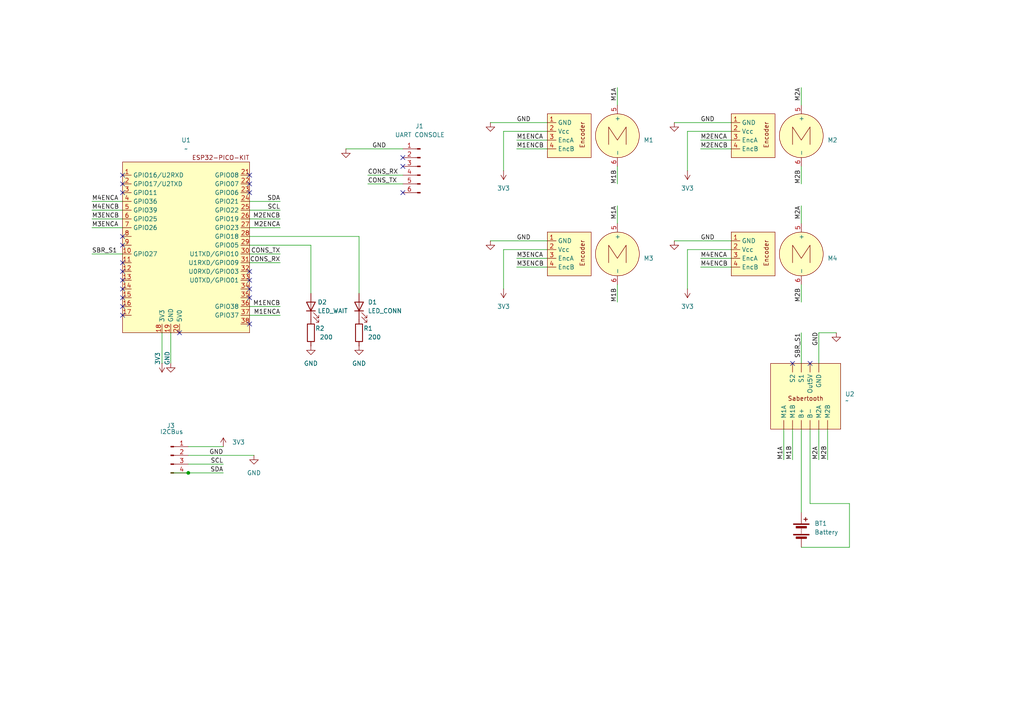
<source format=kicad_sch>
(kicad_sch (version 20231120) (generator "eeschema") (generator_version "8.0")
  (paper "A4")
  (lib_symbols
    (symbol "Connector:Conn_01x04_Pin" (pin_names (offset 1.016) hide)
      (property "Reference" "J" (at 0 5.08 0))
      (property "Value" "Conn_01x04_Pin" (at 0 -7.62 0))
      (symbol "Conn_01x04_Pin_1_1"
        (polyline (pts (xy 1.27 -5.08) (xy 0.8636 -5.08)) (stroke (width 0.1524)))
        (polyline (pts (xy 1.27 -2.54) (xy 0.8636 -2.54)) (stroke (width 0.1524)))
        (polyline (pts (xy 1.27 0) (xy 0.8636 0)) (stroke (width 0.1524)))
        (polyline (pts (xy 1.27 2.54) (xy 0.8636 2.54)) (stroke (width 0.1524)))
        (rectangle (start 0.8636 -4.953) (end 0 -5.207) (stroke (width 0.1524)) (fill (type outline)))
        (rectangle (start 0.8636 -2.413) (end 0 -2.667) (stroke (width 0.1524)) (fill (type outline)))
        (rectangle (start 0.8636 0.127) (end 0 -0.127) (stroke (width 0.1524)) (fill (type outline)))
        (rectangle (start 0.8636 2.667) (end 0 2.413) (stroke (width 0.1524)) (fill (type outline)))
        (pin passive line (at 5.08 2.54 180) (length 3.81) (name "Pin_1") (number "1"))
        (pin passive line (at 5.08 0 180) (length 3.81) (name "Pin_2") (number "2"))
        (pin passive line (at 5.08 -2.54 180) (length 3.81) (name "Pin_3") (number "3"))
        (pin passive line (at 5.08 -5.08 180) (length 3.81) (name "Pin_4") (number "4"))
      )
    )
    (symbol "Connector:Conn_01x06_Pin" (pin_names (offset 1.016) hide)
      (property "Reference" "J" (at 0 7.62 0))
      (property "Value" "Conn_01x06_Pin" (at 0 -10.16 0))
      (symbol "Conn_01x06_Pin_1_1"
        (polyline (pts (xy 1.27 -7.62) (xy 0.8636 -7.62)) (stroke (width 0.1524)))
        (polyline (pts (xy 1.27 -5.08) (xy 0.8636 -5.08)) (stroke (width 0.1524)))
        (polyline (pts (xy 1.27 -2.54) (xy 0.8636 -2.54)) (stroke (width 0.1524)))
        (polyline (pts (xy 1.27 0) (xy 0.8636 0)) (stroke (width 0.1524)))
        (polyline (pts (xy 1.27 2.54) (xy 0.8636 2.54)) (stroke (width 0.1524)))
        (polyline (pts (xy 1.27 5.08) (xy 0.8636 5.08)) (stroke (width 0.1524)))
        (rectangle (start 0.8636 -7.493) (end 0 -7.747) (stroke (width 0.1524)) (fill (type outline)))
        (rectangle (start 0.8636 -4.953) (end 0 -5.207) (stroke (width 0.1524)) (fill (type outline)))
        (rectangle (start 0.8636 -2.413) (end 0 -2.667) (stroke (width 0.1524)) (fill (type outline)))
        (rectangle (start 0.8636 0.127) (end 0 -0.127) (stroke (width 0.1524)) (fill (type outline)))
        (rectangle (start 0.8636 2.667) (end 0 2.413) (stroke (width 0.1524)) (fill (type outline)))
        (rectangle (start 0.8636 5.207) (end 0 4.953) (stroke (width 0.1524)) (fill (type outline)))
        (pin passive line (at 5.08 5.08 180) (length 3.81) (name "Pin_1") (number "1"))
        (pin passive line (at 5.08 2.54 180) (length 3.81) (name "Pin_2") (number "2"))
        (pin passive line (at 5.08 0 180) (length 3.81) (name "Pin_3") (number "3"))
        (pin passive line (at 5.08 -2.54 180) (length 3.81) (name "Pin_4") (number "4"))
        (pin passive line (at 5.08 -5.08 180) (length 3.81) (name "Pin_5") (number "5"))
        (pin passive line (at 5.08 -7.62 180) (length 3.81) (name "Pin_6") (number "6"))
      )
    )
    (symbol "Device:Battery" (pin_numbers hide) (pin_names (offset 0) hide)
      (property "Reference" "BT" (at 2.54 2.54 0))
      (property "Value" "Battery" (at 2.54 0 0))
      (symbol "Battery_0_1"
        (rectangle (start -2.286 -1.27) (end 2.286 -1.524) (fill (type outline)))
        (rectangle (start -2.286 1.778) (end 2.286 1.524) (fill (type outline)))
        (rectangle (start -1.524 -2.032) (end 1.524 -2.54) (fill (type outline)))
        (rectangle (start -1.524 1.016) (end 1.524 0.508) (fill (type outline)))
        (polyline (pts (xy 0 -1.016) (xy 0 -0.762)))
        (polyline (pts (xy 0 -0.508) (xy 0 -0.254)))
        (polyline (pts (xy 0 0) (xy 0 0.254)))
        (polyline (pts (xy 0 1.778) (xy 0 2.54)))
        (polyline (pts (xy 0.762 3.048) (xy 1.778 3.048)) (stroke (width 0.254)))
        (polyline (pts (xy 1.27 3.556) (xy 1.27 2.54)) (stroke (width 0.254)))
      )
      (symbol "Battery_1_1"
        (pin passive line (at 0 5.08 270) (length 2.54) (name "+") (number "1"))
        (pin passive line (at 0 -5.08 90) (length 2.54) (name "-") (number "2"))
      )
    )
    (symbol "Device:LED" (pin_numbers hide) (pin_names (offset 1.016) hide)
      (property "Reference" "D" (at 0 2.54 0))
      (property "Value" "LED" (at 0 -2.54 0))
      (symbol "LED_0_1"
        (polyline (pts (xy -1.27 -1.27) (xy -1.27 1.27)) (stroke (width 0.254)))
        (polyline (pts (xy -1.27 0) (xy 1.27 0)))
        (polyline (pts (xy 1.27 -1.27) (xy 1.27 1.27) (xy -1.27 0) (xy 1.27 -1.27)) (stroke (width 0.254)))
        (polyline (pts (xy -3.048 -0.762) (xy -4.572 -2.286) (xy -3.81 -2.286) (xy -4.572 -2.286) (xy -4.572 -1.524)))
        (polyline (pts (xy -1.778 -0.762) (xy -3.302 -2.286) (xy -2.54 -2.286) (xy -3.302 -2.286) (xy -3.302 -1.524)))
      )
      (symbol "LED_1_1"
        (pin passive line (at -3.81 0 0) (length 2.54) (name "K") (number "1"))
        (pin passive line (at 3.81 0 180) (length 2.54) (name "A") (number "2"))
      )
    )
    (symbol "Device:R" (pin_numbers hide) (pin_names (offset 0))
      (property "Reference" "R" (at 2.032 0 90))
      (property "Value" "R" (at 0 0 90))
      (symbol "R_0_1"
        (rectangle (start -1.016 -2.54) (end 1.016 2.54) (stroke (width 0.254)))
      )
      (symbol "R_1_1"
        (pin passive line (at 0 3.81 270) (length 1.27) (name "~") (number "1"))
        (pin passive line (at 0 -3.81 90) (length 1.27) (name "~") (number "2"))
      )
    )
    (symbol "oruga:ESP32-PICO-KIT"
      (property "Reference" "U" (at -19.05 22.86 0))
      (symbol "ESP32-PICO-KIT_1_0"
        (pin bidirectional line (at -19.05 22.86 0) (length 2.54) (name "GPIO16/U2RXD") (number "1"))
        (pin bidirectional line (at -19.05 0 0) (length 2.54) (name "GPIO27") (number "10"))
        (pin unspecified line (at -19.05 -2.54 0) (length 2.54) (name "") (number "11"))
        (pin unspecified line (at -19.05 -5.08 0) (length 2.54) (name "") (number "12"))
        (pin unspecified line (at -19.05 -7.62 0) (length 2.54) (name "") (number "13"))
        (pin unspecified line (at -19.05 -10.16 0) (length 2.54) (name "") (number "14"))
        (pin unspecified line (at -19.05 -12.7 0) (length 2.54) (name "") (number "15"))
        (pin unspecified line (at -19.05 -15.24 0) (length 2.54) (name "") (number "16"))
        (pin unspecified line (at -19.05 -17.78 0) (length 2.54) (name "") (number "17"))
        (pin power_out line (at -7.62 -22.86 90) (length 2.54) (name "3V3") (number "18"))
        (pin power_out line (at -5.08 -22.86 90) (length 2.54) (name "GND") (number "19"))
        (pin bidirectional line (at -19.05 20.32 0) (length 2.54) (name "GPIO17/U2TXD") (number "2"))
        (pin passive line (at -2.54 -22.86 90) (length 2.54) (name "5V0") (number "20"))
        (pin bidirectional line (at 17.78 22.86 180) (length 2.54) (name "GPIO08") (number "21"))
        (pin bidirectional line (at 17.78 20.32 180) (length 2.54) (name "GPIO07") (number "22"))
        (pin bidirectional line (at 17.78 17.78 180) (length 2.54) (name "GPIO06") (number "23"))
        (pin bidirectional line (at 17.78 15.24 180) (length 2.54) (name "GPIO21") (number "24"))
        (pin bidirectional line (at 17.78 12.7 180) (length 2.54) (name "GPIO22") (number "25"))
        (pin bidirectional line (at 17.78 10.16 180) (length 2.54) (name "GPIO19") (number "26"))
        (pin bidirectional line (at 17.78 7.62 180) (length 2.54) (name "GPIO23") (number "27"))
        (pin bidirectional line (at 17.78 5.08 180) (length 2.54) (name "GPIO18") (number "28"))
        (pin input line (at 17.78 2.54 180) (length 2.54) (name "GPIO05") (number "29"))
        (pin bidirectional line (at -19.05 17.78 0) (length 2.54) (name "GPIO11") (number "3"))
        (pin bidirectional line (at 17.78 0 180) (length 2.54) (name "U1TXD/GPIO10") (number "30"))
        (pin bidirectional line (at 17.78 -2.54 180) (length 2.54) (name "U1RXD/GPIO09") (number "31"))
        (pin input line (at 17.78 -5.08 180) (length 2.54) (name "U0RXD/GPIO03") (number "32"))
        (pin input line (at 17.78 -7.62 180) (length 2.54) (name "U0TXD/GPIO01") (number "33"))
        (pin unspecified line (at 17.78 -10.16 180) (length 2.54) (name "") (number "34"))
        (pin unspecified line (at 17.78 -12.7 180) (length 2.54) (name "") (number "35"))
        (pin input line (at 17.78 -15.24 180) (length 2.54) (name "GPIO38") (number "36"))
        (pin input line (at 17.78 -17.78 180) (length 2.54) (name "GPIO37") (number "37"))
        (pin unspecified line (at 17.78 -20.32 180) (length 2.54) (name "") (number "38"))
        (pin input line (at -19.05 15.24 0) (length 2.54) (name "GPIO36") (number "4"))
        (pin input line (at -19.05 12.7 0) (length 2.54) (name "GPIO39") (number "5"))
        (pin bidirectional line (at -19.05 10.16 0) (length 2.54) (name "GPIO25") (number "6"))
        (pin bidirectional line (at -19.05 7.62 0) (length 2.54) (name "GPIO26") (number "7"))
        (pin unspecified line (at -19.05 5.08 0) (length 2.54) (name "") (number "8"))
        (pin unspecified line (at -19.05 2.54 0) (length 2.54) (name "") (number "9"))
      )
      (symbol "ESP32-PICO-KIT_1_1"
        (rectangle (start -19.05 26.67) (end 17.78 -22.86) (fill (type background)))
        (text "ESP32-PICO-KIT" (at 9.398 27.94 0) (effects (font (size 1.27 1.27))))
      )
    )
    (symbol "oruga:MOTOR-ENCODER-AB"
      (property "Reference" "U" (at 0 3.81 0))
      (symbol "MOTOR-ENCODER-AB_1_1"
        (polyline (pts (xy 17.78 -2.54) (xy 17.78 2.54) (xy 20.32 -1.27) (xy 22.86 2.54) (xy 22.86 -2.54)))
        (rectangle (start 0 6.35) (end 12.7 -6.35) (fill (type background)))
        (circle (center 20.32 0) (radius 6.35) (fill (type background)))
        (text "Encoder" (at 10.16 0.254 900) (effects (font (size 1.27 1.27))))
        (pin power_in line (at 0 3.81 0) (length 2.54) (name "GND") (number "1"))
        (pin power_in line (at 0 1.27 0) (length 2.54) (name "Vcc") (number "2"))
        (pin output line (at 0 -1.27 0) (length 2.54) (name "EncA") (number "3"))
        (pin output line (at 0 -3.81 0) (length 2.54) (name "EncB") (number "4"))
        (pin passive line (at 20.32 8.89 270) (length 2.54) (name "+") (number "5"))
        (pin passive line (at 20.32 -8.89 90) (length 2.54) (name "-") (number "6"))
      )
    )
    (symbol "oruga:SABERTOOTH"
      (property "Reference" "U" (at 0 0 0))
      (symbol "SABERTOOTH_1_1"
        (rectangle (start -10.16 10.16) (end 10.16 -8.89) (fill (type background)))
        (text "Sabertooth" (at 0 0 0) (effects (font (size 1.27 1.27))))
        (pin passive line (at -1.27 -8.89 90) (length 2.54) (name "B+") (number ""))
        (pin passive line (at 1.27 -8.89 90) (length 2.54) (name "B-") (number ""))
        (pin passive line (at 3.81 10.16 270) (length 2.54) (name "GND") (number ""))
        (pin passive line (at -6.35 -8.89 90) (length 2.54) (name "M1A") (number ""))
        (pin passive line (at -3.81 -8.89 90) (length 2.54) (name "M1B") (number ""))
        (pin passive line (at 3.81 -8.89 90) (length 2.54) (name "M2A") (number ""))
        (pin passive line (at 6.35 -8.89 90) (length 2.54) (name "M2B") (number ""))
        (pin power_out line (at 1.27 10.16 270) (length 2.54) (name "Out5V") (number ""))
        (pin input line (at -1.27 10.16 270) (length 2.54) (name "S1") (number ""))
        (pin input line (at -3.81 10.16 270) (length 2.54) (name "S2") (number ""))
      )
    )
    (symbol "power:+3.3V" (power) (pin_numbers hide) (pin_names (offset 0) hide)
      (property "Value" "+3.3V" (at 0 3.556 0))
      (symbol "+3.3V_0_1"
        (polyline (pts (xy -0.762 1.27) (xy 0 2.54)))
        (polyline (pts (xy 0 0) (xy 0 2.54)))
        (polyline (pts (xy 0 2.54) (xy 0.762 1.27)))
      )
      (symbol "+3.3V_1_1"
        (pin power_in line (at 0 0 90) (length 0) (name "~") (number "1"))
      )
    )
    (symbol "power:GND" (power) (pin_numbers hide) (pin_names (offset 0) hide)
      (property "Value" "GND" (at 0 -3.81 0))
      (symbol "GND_0_1"
        (polyline (pts (xy 0 0) (xy 0 -1.27) (xy 1.27 -1.27) (xy 0 -2.54) (xy -1.27 -1.27) (xy 0 -1.27)))
      )
      (symbol "GND_1_1"
        (pin power_in line (at 0 0 270) (length 0) (name "~") (number "1"))
      )
    )
  )
  (junction (at 54.61 137.16))
  (no_connect (at 72.39 78.74))
  (no_connect (at 229.87 105.41))
  (no_connect (at 72.39 93.98))
  (no_connect (at 35.56 86.36))
  (no_connect (at 35.56 50.8))
  (no_connect (at 234.95 105.41))
  (no_connect (at 35.56 71.12))
  (no_connect (at 72.39 86.36))
  (no_connect (at 35.56 53.34))
  (no_connect (at 35.56 83.82))
  (no_connect (at 35.56 68.58))
  (no_connect (at 72.39 81.28))
  (no_connect (at 35.56 81.28))
  (no_connect (at 116.84 48.26))
  (no_connect (at 35.56 78.74))
  (no_connect (at 35.56 88.9))
  (no_connect (at 72.39 53.34))
  (no_connect (at 72.39 50.8))
  (no_connect (at 116.84 45.72))
  (no_connect (at 72.39 55.88))
  (no_connect (at 116.84 55.88))
  (no_connect (at 35.56 55.88))
  (no_connect (at 52.07 96.52))
  (no_connect (at 35.56 76.2))
  (no_connect (at 35.56 91.44))
  (no_connect (at 72.39 83.82))
  (wire (pts (xy 72.39 73.66) (xy 81.28 73.66)))
  (wire (pts (xy 46.99 96.52) (xy 46.99 105.41)))
  (wire (pts (xy 246.38 158.75) (xy 246.38 146.05)))
  (wire (pts (xy 237.49 96.52) (xy 242.57 96.52)))
  (wire (pts (xy 142.24 35.56) (xy 158.75 35.56)))
  (wire (pts (xy 195.58 35.56) (xy 212.09 35.56)))
  (wire (pts (xy 26.67 60.96) (xy 35.56 60.96)))
  (wire (pts (xy 179.07 59.69) (xy 179.07 64.77)))
  (wire (pts (xy 49.53 137.16) (xy 54.61 137.16)))
  (wire (pts (xy 234.95 124.46) (xy 234.95 146.05)))
  (wire (pts (xy 35.56 73.66) (xy 26.67 73.66)))
  (wire (pts (xy 199.39 83.82) (xy 199.39 72.39)))
  (wire (pts (xy 232.41 59.69) (xy 232.41 64.77)))
  (wire (pts (xy 72.39 58.42) (xy 81.28 58.42)))
  (wire (pts (xy 26.67 58.42) (xy 35.56 58.42)))
  (wire (pts (xy 81.28 91.44) (xy 72.39 91.44)))
  (wire (pts (xy 81.28 66.04) (xy 72.39 66.04)))
  (wire (pts (xy 149.86 74.93) (xy 158.75 74.93)))
  (wire (pts (xy 90.17 85.09) (xy 90.17 71.12)))
  (wire (pts (xy 232.41 53.34) (xy 232.41 48.26)))
  (wire (pts (xy 54.61 129.54) (xy 64.77 129.54)))
  (wire (pts (xy 72.39 68.58) (xy 104.14 68.58)))
  (wire (pts (xy 72.39 76.2) (xy 81.28 76.2)))
  (wire (pts (xy 199.39 72.39) (xy 212.09 72.39)))
  (wire (pts (xy 246.38 146.05) (xy 234.95 146.05)))
  (wire (pts (xy 203.2 40.64) (xy 212.09 40.64)))
  (wire (pts (xy 100.33 43.18) (xy 116.84 43.18)))
  (wire (pts (xy 149.86 77.47) (xy 158.75 77.47)))
  (wire (pts (xy 203.2 43.18) (xy 212.09 43.18)))
  (wire (pts (xy 229.87 133.35) (xy 229.87 124.46)))
  (wire (pts (xy 54.61 134.62) (xy 64.77 134.62)))
  (wire (pts (xy 142.24 69.85) (xy 158.75 69.85)))
  (wire (pts (xy 81.28 63.5) (xy 72.39 63.5)))
  (wire (pts (xy 179.07 25.4) (xy 179.07 30.48)))
  (wire (pts (xy 232.41 96.52) (xy 232.41 105.41)))
  (wire (pts (xy 199.39 38.1) (xy 212.09 38.1)))
  (wire (pts (xy 26.67 63.5) (xy 35.56 63.5)))
  (wire (pts (xy 146.05 38.1) (xy 158.75 38.1)))
  (wire (pts (xy 54.61 132.08) (xy 73.66 132.08)))
  (wire (pts (xy 146.05 72.39) (xy 158.75 72.39)))
  (wire (pts (xy 149.86 40.64) (xy 158.75 40.64)))
  (wire (pts (xy 195.58 69.85) (xy 212.09 69.85)))
  (wire (pts (xy 146.05 83.82) (xy 146.05 72.39)))
  (wire (pts (xy 81.28 88.9) (xy 72.39 88.9)))
  (wire (pts (xy 106.68 50.8) (xy 116.84 50.8)))
  (wire (pts (xy 237.49 96.52) (xy 237.49 105.41)))
  (wire (pts (xy 90.17 71.12) (xy 72.39 71.12)))
  (wire (pts (xy 146.05 49.53) (xy 146.05 38.1)))
  (wire (pts (xy 49.53 96.52) (xy 49.53 105.41)))
  (wire (pts (xy 240.03 133.35) (xy 240.03 124.46)))
  (wire (pts (xy 237.49 133.35) (xy 237.49 124.46)))
  (wire (pts (xy 26.67 66.04) (xy 35.56 66.04)))
  (wire (pts (xy 199.39 49.53) (xy 199.39 38.1)))
  (wire (pts (xy 232.41 158.75) (xy 246.38 158.75)))
  (wire (pts (xy 54.61 137.16) (xy 64.77 137.16)))
  (wire (pts (xy 232.41 124.46) (xy 232.41 148.59)))
  (wire (pts (xy 179.07 87.63) (xy 179.07 82.55)))
  (wire (pts (xy 227.33 133.35) (xy 227.33 124.46)))
  (wire (pts (xy 106.68 53.34) (xy 116.84 53.34)))
  (wire (pts (xy 203.2 74.93) (xy 212.09 74.93)))
  (wire (pts (xy 179.07 53.34) (xy 179.07 48.26)))
  (wire (pts (xy 149.86 43.18) (xy 158.75 43.18)))
  (wire (pts (xy 203.2 77.47) (xy 212.09 77.47)))
  (wire (pts (xy 104.14 68.58) (xy 104.14 85.09)))
  (wire (pts (xy 232.41 25.4) (xy 232.41 30.48)))
  (wire (pts (xy 72.39 60.96) (xy 81.28 60.96)))
  (wire (pts (xy 232.41 87.63) (xy 232.41 82.55)))
  (label "GND" (at 203.2 69.85 0))
  (label "M1ENCA" (at 81.28 91.44 180))
  (label "GND" (at 107.95 43.18 0))
  (label "M3ENCA" (at 149.86 74.93 0))
  (label "SCL" (at 81.28 60.96 180))
  (label "M2B" (at 232.41 87.63 90))
  (label "M1A" (at 179.07 25.4 270))
  (label "M3ENCB" (at 26.67 63.5 0))
  (label "GND" (at 149.86 35.56 0))
  (label "M4ENCA" (at 203.2 74.93 0))
  (label "M4ENCA" (at 26.67 58.42 0))
  (label "M2B" (at 240.03 133.35 90))
  (label "SDA" (at 81.28 58.42 180))
  (label "CONS_TX" (at 81.28 73.66 180))
  (label "GND" (at 203.2 35.56 0))
  (label "GND" (at 149.86 69.85 0))
  (label "M2A" (at 232.41 59.69 270))
  (label "CONS_RX" (at 81.28 76.2 180))
  (label "M1ENCB" (at 149.86 43.18 0))
  (label "M4ENCB" (at 26.67 60.96 0))
  (label "M1ENCA" (at 149.86 40.64 0))
  (label "M3ENCA" (at 26.67 66.04 0))
  (label "M1A" (at 179.07 59.69 270))
  (label "M1B" (at 179.07 53.34 90))
  (label "SBR_S1" (at 26.67 73.66 0))
  (label "M1A" (at 227.33 133.35 90))
  (label "CONS_TX" (at 106.68 53.34 0))
  (label "M2A" (at 232.41 25.4 270))
  (label "M2ENCA" (at 203.2 40.64 0))
  (label "M2ENCA" (at 81.28 66.04 180))
  (label "GND" (at 237.49 100.33 90))
  (label "M1ENCB" (at 81.28 88.9 180))
  (label "M2B" (at 232.41 53.34 90))
  (label "CONS_RX" (at 106.68 50.8 0))
  (label "SDA" (at 64.77 137.16 180))
  (label "M2ENCB" (at 203.2 43.18 0))
  (label "GND" (at 64.77 132.08 180))
  (label "M2A" (at 237.49 133.35 90))
  (label "M2ENCB" (at 81.28 63.5 180))
  (label "SBR_S1" (at 232.41 96.52 270))
  (label "SCL" (at 64.77 134.62 180))
  (label "M1B" (at 179.07 87.63 90))
  (label "M3ENCB" (at 149.86 77.47 0))
  (label "M1B" (at 229.87 133.35 90))
  (label "M4ENCB" (at 203.2 77.47 0))
  (symbol (lib_id "oruga:MOTOR-ENCODER-AB") (at 158.75 39.37 0) (unit 1)
    (property "Reference" "M1" (effects (hide yes)))
    (property "Value" "M1" (at 186.69 40.64 0) (effects (justify left)))
  )
  (symbol (lib_id "power:+3.3V") (at 46.99 105.41 0) (mirror x) (unit 1)
    (property "Reference" "#PWR03" (effects (hide yes)))
    (property "Value" "3V3" (at 45.72 102.108 90) (effects (justify left)))
    (property "Description" "Power symbol creates a global label with name \"+3.3V\"" (effects (hide yes)))
  )
  (symbol (lib_id "Device:LED") (at 104.14 88.9 90) (unit 1)
    (property "Reference" "D1" (at 106.68 87.63 90) (effects (justify right)))
    (property "Value" "LED_CONN" (at 106.68 90.17 90) (effects (justify right)))
    (property "Description" "Light emitting diode" (effects (hide yes)))
  )
  (symbol (lib_id "power:GND") (at 195.58 35.56 0) (unit 1)
    (property "Reference" "#PWR01" (effects (hide yes)))
    (property "Value" "GND" (effects (hide yes)))
    (property "Description" "Power symbol creates a global label with name \"GND\" , ground" (effects (hide yes)))
  )
  (symbol (lib_id "oruga:ESP32-PICO-KIT") (at 54.61 73.66 0) (unit 1)
    (property "Reference" "U1" (at 53.975 40.64 0))
    (property "Value" "~" (at 53.975 43.18 0))
  )
  (symbol (lib_id "power:GND") (at 242.57 96.52 0) (unit 1)
    (property "Reference" "#PWR07" (effects (hide yes)))
    (property "Value" "GND" (effects (hide yes)))
    (property "Description" "Power symbol creates a global label with name \"GND\" , ground" (effects (hide yes)))
  )
  (symbol (lib_id "power:GND") (at 104.14 100.33 0) (unit 1)
    (property "Reference" "#PWR08" (effects (hide yes)))
    (property "Value" "GND" (at 104.14 105.41 0))
    (property "Description" "Power symbol creates a global label with name \"GND\" , ground" (effects (hide yes)))
  )
  (symbol (lib_id "power:GND") (at 73.66 132.08 0) (unit 1)
    (property "Reference" "#PWR015" (effects (hide yes)))
    (property "Value" "GND" (at 73.66 137.16 0))
    (property "Description" "Power symbol creates a global label with name \"GND\" , ground" (effects (hide yes)))
  )
  (symbol (lib_id "power:GND") (at 142.24 69.85 0) (unit 1)
    (property "Reference" "#PWR011" (effects (hide yes)))
    (property "Value" "GND" (effects (hide yes)))
    (property "Description" "Power symbol creates a global label with name \"GND\" , ground" (effects (hide yes)))
  )
  (symbol (lib_id "power:GND") (at 49.53 105.41 0) (unit 1)
    (property "Reference" "#PWR02" (effects (hide yes)))
    (property "Value" "GND" (at 48.514 103.886 90))
    (property "Description" "Power symbol creates a global label with name \"GND\" , ground" (effects (hide yes)))
  )
  (symbol (lib_id "power:+3.3V") (at 199.39 49.53 0) (mirror x) (unit 1)
    (property "Reference" "#PWR012" (effects (hide yes)))
    (property "Value" "3V3" (at 199.39 54.61 0))
    (property "Description" "Power symbol creates a global label with name \"+3.3V\"" (effects (hide yes)))
  )
  (symbol (lib_id "Device:LED") (at 90.17 88.9 90) (unit 1)
    (property "Reference" "D2" (at 93.472 87.63 90))
    (property "Value" "LED_WAIT" (at 96.52 90.17 90))
    (property "Description" "Light emitting diode" (effects (hide yes)))
  )
  (symbol (lib_id "power:GND") (at 195.58 69.85 0) (unit 1)
    (property "Reference" "#PWR05" (effects (hide yes)))
    (property "Value" "GND" (effects (hide yes)))
    (property "Description" "Power symbol creates a global label with name \"GND\" , ground" (effects (hide yes)))
  )
  (symbol (lib_id "oruga:MOTOR-ENCODER-AB") (at 158.75 73.66 0) (unit 1)
    (property "Reference" "M3" (effects (hide yes)))
    (property "Value" "M3" (at 186.69 74.93 0) (effects (justify left)))
  )
  (symbol (lib_id "power:+3.3V") (at 64.77 129.54 0) (unit 1)
    (property "Reference" "#PWR014" (effects (hide yes)))
    (property "Value" "3V3" (at 67.31 128.2699 0) (effects (justify left)))
    (property "Description" "Power symbol creates a global label with name \"+3.3V\"" (effects (hide yes)))
  )
  (symbol (lib_id "oruga:MOTOR-ENCODER-AB") (at 212.09 73.66 0) (unit 1)
    (property "Reference" "M4" (effects (hide yes)))
    (property "Value" "M4" (at 240.03 74.93 0) (effects (justify left)))
  )
  (symbol (lib_id "power:GND") (at 100.33 43.18 0) (unit 1)
    (property "Reference" "#PWR016" (effects (hide yes)))
    (property "Value" "GND" (effects (hide yes)))
    (property "Description" "Power symbol creates a global label with name \"GND\" , ground" (effects (hide yes)))
  )
  (symbol (lib_id "Connector:Conn_01x04_Pin") (at 49.53 132.08 0) (unit 1)
    (property "Reference" "J3" (at 49.53 123.444 0))
    (property "Value" "I2CBus" (at 49.784 125.222 0))
    (property "Description" "Generic connector, single row, 01x04, script generated" (effects (hide yes)))
  )
  (symbol (lib_id "oruga:SABERTOOTH") (at 233.68 115.57 0) (unit 1)
    (property "Reference" "U2" (at 245.11 114.2999 0) (effects (justify left)))
    (property "Value" "~" (at 245.11 116.205 0) (effects (justify left)))
  )
  (symbol (lib_id "power:+3.3V") (at 146.05 49.53 0) (mirror x) (unit 1)
    (property "Reference" "#PWR06" (effects (hide yes)))
    (property "Value" "3V3" (at 146.05 54.61 0))
    (property "Description" "Power symbol creates a global label with name \"+3.3V\"" (effects (hide yes)))
  )
  (symbol (lib_id "oruga:MOTOR-ENCODER-AB") (at 212.09 39.37 0) (unit 1)
    (property "Reference" "M2" (effects (hide yes)))
    (property "Value" "M2" (at 240.03 40.64 0) (effects (justify left)))
  )
  (symbol (lib_id "Connector:Conn_01x06_Pin") (at 121.92 48.26 0) (mirror y) (unit 1)
    (property "Reference" "J1" (at 121.666 36.576 0))
    (property "Value" "UART CONSOLE" (at 121.793 39.116 0))
    (property "Description" "Generic connector, single row, 01x06, script generated" (effects (hide yes)))
  )
  (symbol (lib_id "power:GND") (at 90.17 100.33 0) (unit 1)
    (property "Reference" "#PWR09" (effects (hide yes)))
    (property "Value" "GND" (at 90.17 105.41 0))
    (property "Description" "Power symbol creates a global label with name \"GND\" , ground" (effects (hide yes)))
  )
  (symbol (lib_id "power:GND") (at 142.24 35.56 0) (unit 1)
    (property "Reference" "#PWR010" (effects (hide yes)))
    (property "Value" "GND" (effects (hide yes)))
    (property "Description" "Power symbol creates a global label with name \"GND\" , ground" (effects (hide yes)))
  )
  (symbol (lib_id "power:+3.3V") (at 199.39 83.82 0) (mirror x) (unit 1)
    (property "Reference" "#PWR013" (effects (hide yes)))
    (property "Value" "3V3" (at 199.39 88.9 0))
    (property "Description" "Power symbol creates a global label with name \"+3.3V\"" (effects (hide yes)))
  )
  (symbol (lib_id "Device:R") (at 104.14 96.52 0) (unit 1)
    (property "Reference" "R1" (at 105.41 95.2499 0) (effects (justify left)))
    (property "Value" "200" (at 106.68 97.7899 0) (effects (justify left)))
    (property "Description" "Resistor" (effects (hide yes)))
  )
  (symbol (lib_id "power:+3.3V") (at 146.05 83.82 0) (mirror x) (unit 1)
    (property "Reference" "#PWR04" (effects (hide yes)))
    (property "Value" "3V3" (at 146.05 88.9 0))
    (property "Description" "Power symbol creates a global label with name \"+3.3V\"" (effects (hide yes)))
  )
  (symbol (lib_id "Device:R") (at 90.17 96.52 0) (unit 1)
    (property "Reference" "R2" (at 91.44 95.2499 0) (effects (justify left)))
    (property "Value" "200" (at 92.71 97.7899 0) (effects (justify left)))
    (property "Description" "Resistor" (effects (hide yes)))
  )
  (symbol (lib_id "Device:Battery") (at 232.41 153.67 0) (unit 1)
    (property "Reference" "BT1" (at 236.22 151.8284 0) (effects (justify left)))
    (property "Value" "Battery" (at 236.22 154.3684 0) (effects (justify left)))
    (property "Description" "Multiple-cell battery" (effects (hide yes)))
  )
)
</source>
